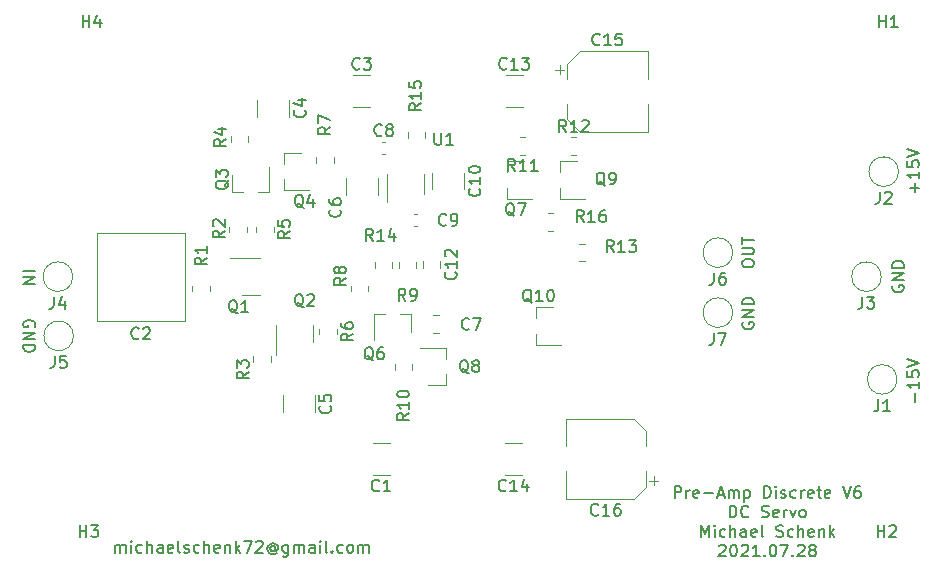
<source format=gbr>
G04 #@! TF.GenerationSoftware,KiCad,Pcbnew,(5.1.10-0-10_14)*
G04 #@! TF.CreationDate,2021-07-28T14:35:39+02:00*
G04 #@! TF.ProjectId,pre-amp-discret,7072652d-616d-4702-9d64-697363726574,rev?*
G04 #@! TF.SameCoordinates,Original*
G04 #@! TF.FileFunction,Legend,Top*
G04 #@! TF.FilePolarity,Positive*
%FSLAX46Y46*%
G04 Gerber Fmt 4.6, Leading zero omitted, Abs format (unit mm)*
G04 Created by KiCad (PCBNEW (5.1.10-0-10_14)) date 2021-07-28 14:35:39*
%MOMM*%
%LPD*%
G01*
G04 APERTURE LIST*
%ADD10C,0.150000*%
%ADD11C,0.120000*%
G04 APERTURE END LIST*
D10*
X196985000Y-122681904D02*
X196937380Y-122777142D01*
X196937380Y-122920000D01*
X196985000Y-123062857D01*
X197080238Y-123158095D01*
X197175476Y-123205714D01*
X197365952Y-123253333D01*
X197508809Y-123253333D01*
X197699285Y-123205714D01*
X197794523Y-123158095D01*
X197889761Y-123062857D01*
X197937380Y-122920000D01*
X197937380Y-122824761D01*
X197889761Y-122681904D01*
X197842142Y-122634285D01*
X197508809Y-122634285D01*
X197508809Y-122824761D01*
X197937380Y-122205714D02*
X196937380Y-122205714D01*
X197937380Y-121634285D01*
X196937380Y-121634285D01*
X197937380Y-121158095D02*
X196937380Y-121158095D01*
X196937380Y-120920000D01*
X196985000Y-120777142D01*
X197080238Y-120681904D01*
X197175476Y-120634285D01*
X197365952Y-120586666D01*
X197508809Y-120586666D01*
X197699285Y-120634285D01*
X197794523Y-120681904D01*
X197889761Y-120777142D01*
X197937380Y-120920000D01*
X197937380Y-121158095D01*
X131170114Y-145283180D02*
X131170114Y-144616514D01*
X131170114Y-144711752D02*
X131217733Y-144664133D01*
X131312971Y-144616514D01*
X131455828Y-144616514D01*
X131551066Y-144664133D01*
X131598685Y-144759371D01*
X131598685Y-145283180D01*
X131598685Y-144759371D02*
X131646304Y-144664133D01*
X131741542Y-144616514D01*
X131884400Y-144616514D01*
X131979638Y-144664133D01*
X132027257Y-144759371D01*
X132027257Y-145283180D01*
X132503447Y-145283180D02*
X132503447Y-144616514D01*
X132503447Y-144283180D02*
X132455828Y-144330800D01*
X132503447Y-144378419D01*
X132551066Y-144330800D01*
X132503447Y-144283180D01*
X132503447Y-144378419D01*
X133408209Y-145235561D02*
X133312971Y-145283180D01*
X133122495Y-145283180D01*
X133027257Y-145235561D01*
X132979638Y-145187942D01*
X132932019Y-145092704D01*
X132932019Y-144806990D01*
X132979638Y-144711752D01*
X133027257Y-144664133D01*
X133122495Y-144616514D01*
X133312971Y-144616514D01*
X133408209Y-144664133D01*
X133836780Y-145283180D02*
X133836780Y-144283180D01*
X134265352Y-145283180D02*
X134265352Y-144759371D01*
X134217733Y-144664133D01*
X134122495Y-144616514D01*
X133979638Y-144616514D01*
X133884400Y-144664133D01*
X133836780Y-144711752D01*
X135170114Y-145283180D02*
X135170114Y-144759371D01*
X135122495Y-144664133D01*
X135027257Y-144616514D01*
X134836780Y-144616514D01*
X134741542Y-144664133D01*
X135170114Y-145235561D02*
X135074876Y-145283180D01*
X134836780Y-145283180D01*
X134741542Y-145235561D01*
X134693923Y-145140323D01*
X134693923Y-145045085D01*
X134741542Y-144949847D01*
X134836780Y-144902228D01*
X135074876Y-144902228D01*
X135170114Y-144854609D01*
X136027257Y-145235561D02*
X135932019Y-145283180D01*
X135741542Y-145283180D01*
X135646304Y-145235561D01*
X135598685Y-145140323D01*
X135598685Y-144759371D01*
X135646304Y-144664133D01*
X135741542Y-144616514D01*
X135932019Y-144616514D01*
X136027257Y-144664133D01*
X136074876Y-144759371D01*
X136074876Y-144854609D01*
X135598685Y-144949847D01*
X136646304Y-145283180D02*
X136551066Y-145235561D01*
X136503447Y-145140323D01*
X136503447Y-144283180D01*
X136979638Y-145235561D02*
X137074876Y-145283180D01*
X137265352Y-145283180D01*
X137360590Y-145235561D01*
X137408209Y-145140323D01*
X137408209Y-145092704D01*
X137360590Y-144997466D01*
X137265352Y-144949847D01*
X137122495Y-144949847D01*
X137027257Y-144902228D01*
X136979638Y-144806990D01*
X136979638Y-144759371D01*
X137027257Y-144664133D01*
X137122495Y-144616514D01*
X137265352Y-144616514D01*
X137360590Y-144664133D01*
X138265352Y-145235561D02*
X138170114Y-145283180D01*
X137979638Y-145283180D01*
X137884400Y-145235561D01*
X137836780Y-145187942D01*
X137789161Y-145092704D01*
X137789161Y-144806990D01*
X137836780Y-144711752D01*
X137884400Y-144664133D01*
X137979638Y-144616514D01*
X138170114Y-144616514D01*
X138265352Y-144664133D01*
X138693923Y-145283180D02*
X138693923Y-144283180D01*
X139122495Y-145283180D02*
X139122495Y-144759371D01*
X139074876Y-144664133D01*
X138979638Y-144616514D01*
X138836780Y-144616514D01*
X138741542Y-144664133D01*
X138693923Y-144711752D01*
X139979638Y-145235561D02*
X139884400Y-145283180D01*
X139693923Y-145283180D01*
X139598685Y-145235561D01*
X139551066Y-145140323D01*
X139551066Y-144759371D01*
X139598685Y-144664133D01*
X139693923Y-144616514D01*
X139884400Y-144616514D01*
X139979638Y-144664133D01*
X140027257Y-144759371D01*
X140027257Y-144854609D01*
X139551066Y-144949847D01*
X140455828Y-144616514D02*
X140455828Y-145283180D01*
X140455828Y-144711752D02*
X140503447Y-144664133D01*
X140598685Y-144616514D01*
X140741542Y-144616514D01*
X140836780Y-144664133D01*
X140884400Y-144759371D01*
X140884400Y-145283180D01*
X141360590Y-145283180D02*
X141360590Y-144283180D01*
X141455828Y-144902228D02*
X141741542Y-145283180D01*
X141741542Y-144616514D02*
X141360590Y-144997466D01*
X142074876Y-144283180D02*
X142741542Y-144283180D01*
X142312971Y-145283180D01*
X143074876Y-144378419D02*
X143122495Y-144330800D01*
X143217733Y-144283180D01*
X143455828Y-144283180D01*
X143551066Y-144330800D01*
X143598685Y-144378419D01*
X143646304Y-144473657D01*
X143646304Y-144568895D01*
X143598685Y-144711752D01*
X143027257Y-145283180D01*
X143646304Y-145283180D01*
X144693923Y-144806990D02*
X144646304Y-144759371D01*
X144551066Y-144711752D01*
X144455828Y-144711752D01*
X144360590Y-144759371D01*
X144312971Y-144806990D01*
X144265352Y-144902228D01*
X144265352Y-144997466D01*
X144312971Y-145092704D01*
X144360590Y-145140323D01*
X144455828Y-145187942D01*
X144551066Y-145187942D01*
X144646304Y-145140323D01*
X144693923Y-145092704D01*
X144693923Y-144711752D02*
X144693923Y-145092704D01*
X144741542Y-145140323D01*
X144789161Y-145140323D01*
X144884400Y-145092704D01*
X144932019Y-144997466D01*
X144932019Y-144759371D01*
X144836780Y-144616514D01*
X144693923Y-144521276D01*
X144503447Y-144473657D01*
X144312971Y-144521276D01*
X144170114Y-144616514D01*
X144074876Y-144759371D01*
X144027257Y-144949847D01*
X144074876Y-145140323D01*
X144170114Y-145283180D01*
X144312971Y-145378419D01*
X144503447Y-145426038D01*
X144693923Y-145378419D01*
X144836780Y-145283180D01*
X145789161Y-144616514D02*
X145789161Y-145426038D01*
X145741542Y-145521276D01*
X145693923Y-145568895D01*
X145598685Y-145616514D01*
X145455828Y-145616514D01*
X145360590Y-145568895D01*
X145789161Y-145235561D02*
X145693923Y-145283180D01*
X145503447Y-145283180D01*
X145408209Y-145235561D01*
X145360590Y-145187942D01*
X145312971Y-145092704D01*
X145312971Y-144806990D01*
X145360590Y-144711752D01*
X145408209Y-144664133D01*
X145503447Y-144616514D01*
X145693923Y-144616514D01*
X145789161Y-144664133D01*
X146265352Y-145283180D02*
X146265352Y-144616514D01*
X146265352Y-144711752D02*
X146312971Y-144664133D01*
X146408209Y-144616514D01*
X146551066Y-144616514D01*
X146646304Y-144664133D01*
X146693923Y-144759371D01*
X146693923Y-145283180D01*
X146693923Y-144759371D02*
X146741542Y-144664133D01*
X146836780Y-144616514D01*
X146979638Y-144616514D01*
X147074876Y-144664133D01*
X147122495Y-144759371D01*
X147122495Y-145283180D01*
X148027257Y-145283180D02*
X148027257Y-144759371D01*
X147979638Y-144664133D01*
X147884400Y-144616514D01*
X147693923Y-144616514D01*
X147598685Y-144664133D01*
X148027257Y-145235561D02*
X147932019Y-145283180D01*
X147693923Y-145283180D01*
X147598685Y-145235561D01*
X147551066Y-145140323D01*
X147551066Y-145045085D01*
X147598685Y-144949847D01*
X147693923Y-144902228D01*
X147932019Y-144902228D01*
X148027257Y-144854609D01*
X148503447Y-145283180D02*
X148503447Y-144616514D01*
X148503447Y-144283180D02*
X148455828Y-144330800D01*
X148503447Y-144378419D01*
X148551066Y-144330800D01*
X148503447Y-144283180D01*
X148503447Y-144378419D01*
X149122495Y-145283180D02*
X149027257Y-145235561D01*
X148979638Y-145140323D01*
X148979638Y-144283180D01*
X149503447Y-145187942D02*
X149551066Y-145235561D01*
X149503447Y-145283180D01*
X149455828Y-145235561D01*
X149503447Y-145187942D01*
X149503447Y-145283180D01*
X150408209Y-145235561D02*
X150312971Y-145283180D01*
X150122495Y-145283180D01*
X150027257Y-145235561D01*
X149979638Y-145187942D01*
X149932019Y-145092704D01*
X149932019Y-144806990D01*
X149979638Y-144711752D01*
X150027257Y-144664133D01*
X150122495Y-144616514D01*
X150312971Y-144616514D01*
X150408209Y-144664133D01*
X150979638Y-145283180D02*
X150884400Y-145235561D01*
X150836780Y-145187942D01*
X150789161Y-145092704D01*
X150789161Y-144806990D01*
X150836780Y-144711752D01*
X150884400Y-144664133D01*
X150979638Y-144616514D01*
X151122495Y-144616514D01*
X151217733Y-144664133D01*
X151265352Y-144711752D01*
X151312971Y-144806990D01*
X151312971Y-145092704D01*
X151265352Y-145187942D01*
X151217733Y-145235561D01*
X151122495Y-145283180D01*
X150979638Y-145283180D01*
X151741542Y-145283180D02*
X151741542Y-144616514D01*
X151741542Y-144711752D02*
X151789161Y-144664133D01*
X151884400Y-144616514D01*
X152027257Y-144616514D01*
X152122495Y-144664133D01*
X152170114Y-144759371D01*
X152170114Y-145283180D01*
X152170114Y-144759371D02*
X152217733Y-144664133D01*
X152312971Y-144616514D01*
X152455828Y-144616514D01*
X152551066Y-144664133D01*
X152598685Y-144759371D01*
X152598685Y-145283180D01*
X178515357Y-140661880D02*
X178515357Y-139661880D01*
X178896309Y-139661880D01*
X178991547Y-139709500D01*
X179039166Y-139757119D01*
X179086785Y-139852357D01*
X179086785Y-139995214D01*
X179039166Y-140090452D01*
X178991547Y-140138071D01*
X178896309Y-140185690D01*
X178515357Y-140185690D01*
X179515357Y-140661880D02*
X179515357Y-139995214D01*
X179515357Y-140185690D02*
X179562976Y-140090452D01*
X179610595Y-140042833D01*
X179705833Y-139995214D01*
X179801071Y-139995214D01*
X180515357Y-140614261D02*
X180420119Y-140661880D01*
X180229642Y-140661880D01*
X180134404Y-140614261D01*
X180086785Y-140519023D01*
X180086785Y-140138071D01*
X180134404Y-140042833D01*
X180229642Y-139995214D01*
X180420119Y-139995214D01*
X180515357Y-140042833D01*
X180562976Y-140138071D01*
X180562976Y-140233309D01*
X180086785Y-140328547D01*
X180991547Y-140280928D02*
X181753452Y-140280928D01*
X182182023Y-140376166D02*
X182658214Y-140376166D01*
X182086785Y-140661880D02*
X182420119Y-139661880D01*
X182753452Y-140661880D01*
X183086785Y-140661880D02*
X183086785Y-139995214D01*
X183086785Y-140090452D02*
X183134404Y-140042833D01*
X183229642Y-139995214D01*
X183372500Y-139995214D01*
X183467738Y-140042833D01*
X183515357Y-140138071D01*
X183515357Y-140661880D01*
X183515357Y-140138071D02*
X183562976Y-140042833D01*
X183658214Y-139995214D01*
X183801071Y-139995214D01*
X183896309Y-140042833D01*
X183943928Y-140138071D01*
X183943928Y-140661880D01*
X184420119Y-139995214D02*
X184420119Y-140995214D01*
X184420119Y-140042833D02*
X184515357Y-139995214D01*
X184705833Y-139995214D01*
X184801071Y-140042833D01*
X184848690Y-140090452D01*
X184896309Y-140185690D01*
X184896309Y-140471404D01*
X184848690Y-140566642D01*
X184801071Y-140614261D01*
X184705833Y-140661880D01*
X184515357Y-140661880D01*
X184420119Y-140614261D01*
X186086785Y-140661880D02*
X186086785Y-139661880D01*
X186324880Y-139661880D01*
X186467738Y-139709500D01*
X186562976Y-139804738D01*
X186610595Y-139899976D01*
X186658214Y-140090452D01*
X186658214Y-140233309D01*
X186610595Y-140423785D01*
X186562976Y-140519023D01*
X186467738Y-140614261D01*
X186324880Y-140661880D01*
X186086785Y-140661880D01*
X187086785Y-140661880D02*
X187086785Y-139995214D01*
X187086785Y-139661880D02*
X187039166Y-139709500D01*
X187086785Y-139757119D01*
X187134404Y-139709500D01*
X187086785Y-139661880D01*
X187086785Y-139757119D01*
X187515357Y-140614261D02*
X187610595Y-140661880D01*
X187801071Y-140661880D01*
X187896309Y-140614261D01*
X187943928Y-140519023D01*
X187943928Y-140471404D01*
X187896309Y-140376166D01*
X187801071Y-140328547D01*
X187658214Y-140328547D01*
X187562976Y-140280928D01*
X187515357Y-140185690D01*
X187515357Y-140138071D01*
X187562976Y-140042833D01*
X187658214Y-139995214D01*
X187801071Y-139995214D01*
X187896309Y-140042833D01*
X188801071Y-140614261D02*
X188705833Y-140661880D01*
X188515357Y-140661880D01*
X188420119Y-140614261D01*
X188372500Y-140566642D01*
X188324880Y-140471404D01*
X188324880Y-140185690D01*
X188372500Y-140090452D01*
X188420119Y-140042833D01*
X188515357Y-139995214D01*
X188705833Y-139995214D01*
X188801071Y-140042833D01*
X189229642Y-140661880D02*
X189229642Y-139995214D01*
X189229642Y-140185690D02*
X189277261Y-140090452D01*
X189324880Y-140042833D01*
X189420119Y-139995214D01*
X189515357Y-139995214D01*
X190229642Y-140614261D02*
X190134404Y-140661880D01*
X189943928Y-140661880D01*
X189848690Y-140614261D01*
X189801071Y-140519023D01*
X189801071Y-140138071D01*
X189848690Y-140042833D01*
X189943928Y-139995214D01*
X190134404Y-139995214D01*
X190229642Y-140042833D01*
X190277261Y-140138071D01*
X190277261Y-140233309D01*
X189801071Y-140328547D01*
X190562976Y-139995214D02*
X190943928Y-139995214D01*
X190705833Y-139661880D02*
X190705833Y-140519023D01*
X190753452Y-140614261D01*
X190848690Y-140661880D01*
X190943928Y-140661880D01*
X191658214Y-140614261D02*
X191562976Y-140661880D01*
X191372500Y-140661880D01*
X191277261Y-140614261D01*
X191229642Y-140519023D01*
X191229642Y-140138071D01*
X191277261Y-140042833D01*
X191372500Y-139995214D01*
X191562976Y-139995214D01*
X191658214Y-140042833D01*
X191705833Y-140138071D01*
X191705833Y-140233309D01*
X191229642Y-140328547D01*
X192753452Y-139661880D02*
X193086785Y-140661880D01*
X193420119Y-139661880D01*
X194182023Y-139661880D02*
X193991547Y-139661880D01*
X193896309Y-139709500D01*
X193848690Y-139757119D01*
X193753452Y-139899976D01*
X193705833Y-140090452D01*
X193705833Y-140471404D01*
X193753452Y-140566642D01*
X193801071Y-140614261D01*
X193896309Y-140661880D01*
X194086785Y-140661880D01*
X194182023Y-140614261D01*
X194229642Y-140566642D01*
X194277261Y-140471404D01*
X194277261Y-140233309D01*
X194229642Y-140138071D01*
X194182023Y-140090452D01*
X194086785Y-140042833D01*
X193896309Y-140042833D01*
X193801071Y-140090452D01*
X193753452Y-140138071D01*
X193705833Y-140233309D01*
X183182023Y-142311880D02*
X183182023Y-141311880D01*
X183420119Y-141311880D01*
X183562976Y-141359500D01*
X183658214Y-141454738D01*
X183705833Y-141549976D01*
X183753452Y-141740452D01*
X183753452Y-141883309D01*
X183705833Y-142073785D01*
X183658214Y-142169023D01*
X183562976Y-142264261D01*
X183420119Y-142311880D01*
X183182023Y-142311880D01*
X184753452Y-142216642D02*
X184705833Y-142264261D01*
X184562976Y-142311880D01*
X184467738Y-142311880D01*
X184324880Y-142264261D01*
X184229642Y-142169023D01*
X184182023Y-142073785D01*
X184134404Y-141883309D01*
X184134404Y-141740452D01*
X184182023Y-141549976D01*
X184229642Y-141454738D01*
X184324880Y-141359500D01*
X184467738Y-141311880D01*
X184562976Y-141311880D01*
X184705833Y-141359500D01*
X184753452Y-141407119D01*
X185896309Y-142264261D02*
X186039166Y-142311880D01*
X186277261Y-142311880D01*
X186372500Y-142264261D01*
X186420119Y-142216642D01*
X186467738Y-142121404D01*
X186467738Y-142026166D01*
X186420119Y-141930928D01*
X186372500Y-141883309D01*
X186277261Y-141835690D01*
X186086785Y-141788071D01*
X185991547Y-141740452D01*
X185943928Y-141692833D01*
X185896309Y-141597595D01*
X185896309Y-141502357D01*
X185943928Y-141407119D01*
X185991547Y-141359500D01*
X186086785Y-141311880D01*
X186324880Y-141311880D01*
X186467738Y-141359500D01*
X187277261Y-142264261D02*
X187182023Y-142311880D01*
X186991547Y-142311880D01*
X186896309Y-142264261D01*
X186848690Y-142169023D01*
X186848690Y-141788071D01*
X186896309Y-141692833D01*
X186991547Y-141645214D01*
X187182023Y-141645214D01*
X187277261Y-141692833D01*
X187324880Y-141788071D01*
X187324880Y-141883309D01*
X186848690Y-141978547D01*
X187753452Y-142311880D02*
X187753452Y-141645214D01*
X187753452Y-141835690D02*
X187801071Y-141740452D01*
X187848690Y-141692833D01*
X187943928Y-141645214D01*
X188039166Y-141645214D01*
X188277261Y-141645214D02*
X188515357Y-142311880D01*
X188753452Y-141645214D01*
X189277261Y-142311880D02*
X189182023Y-142264261D01*
X189134404Y-142216642D01*
X189086785Y-142121404D01*
X189086785Y-141835690D01*
X189134404Y-141740452D01*
X189182023Y-141692833D01*
X189277261Y-141645214D01*
X189420119Y-141645214D01*
X189515357Y-141692833D01*
X189562976Y-141740452D01*
X189610595Y-141835690D01*
X189610595Y-142121404D01*
X189562976Y-142216642D01*
X189515357Y-142264261D01*
X189420119Y-142311880D01*
X189277261Y-142311880D01*
X180753452Y-143961880D02*
X180753452Y-142961880D01*
X181086785Y-143676166D01*
X181420119Y-142961880D01*
X181420119Y-143961880D01*
X181896309Y-143961880D02*
X181896309Y-143295214D01*
X181896309Y-142961880D02*
X181848690Y-143009500D01*
X181896309Y-143057119D01*
X181943928Y-143009500D01*
X181896309Y-142961880D01*
X181896309Y-143057119D01*
X182801071Y-143914261D02*
X182705833Y-143961880D01*
X182515357Y-143961880D01*
X182420119Y-143914261D01*
X182372500Y-143866642D01*
X182324880Y-143771404D01*
X182324880Y-143485690D01*
X182372500Y-143390452D01*
X182420119Y-143342833D01*
X182515357Y-143295214D01*
X182705833Y-143295214D01*
X182801071Y-143342833D01*
X183229642Y-143961880D02*
X183229642Y-142961880D01*
X183658214Y-143961880D02*
X183658214Y-143438071D01*
X183610595Y-143342833D01*
X183515357Y-143295214D01*
X183372500Y-143295214D01*
X183277261Y-143342833D01*
X183229642Y-143390452D01*
X184562976Y-143961880D02*
X184562976Y-143438071D01*
X184515357Y-143342833D01*
X184420119Y-143295214D01*
X184229642Y-143295214D01*
X184134404Y-143342833D01*
X184562976Y-143914261D02*
X184467738Y-143961880D01*
X184229642Y-143961880D01*
X184134404Y-143914261D01*
X184086785Y-143819023D01*
X184086785Y-143723785D01*
X184134404Y-143628547D01*
X184229642Y-143580928D01*
X184467738Y-143580928D01*
X184562976Y-143533309D01*
X185420119Y-143914261D02*
X185324880Y-143961880D01*
X185134404Y-143961880D01*
X185039166Y-143914261D01*
X184991547Y-143819023D01*
X184991547Y-143438071D01*
X185039166Y-143342833D01*
X185134404Y-143295214D01*
X185324880Y-143295214D01*
X185420119Y-143342833D01*
X185467738Y-143438071D01*
X185467738Y-143533309D01*
X184991547Y-143628547D01*
X186039166Y-143961880D02*
X185943928Y-143914261D01*
X185896309Y-143819023D01*
X185896309Y-142961880D01*
X187134404Y-143914261D02*
X187277261Y-143961880D01*
X187515357Y-143961880D01*
X187610595Y-143914261D01*
X187658214Y-143866642D01*
X187705833Y-143771404D01*
X187705833Y-143676166D01*
X187658214Y-143580928D01*
X187610595Y-143533309D01*
X187515357Y-143485690D01*
X187324880Y-143438071D01*
X187229642Y-143390452D01*
X187182023Y-143342833D01*
X187134404Y-143247595D01*
X187134404Y-143152357D01*
X187182023Y-143057119D01*
X187229642Y-143009500D01*
X187324880Y-142961880D01*
X187562976Y-142961880D01*
X187705833Y-143009500D01*
X188562976Y-143914261D02*
X188467738Y-143961880D01*
X188277261Y-143961880D01*
X188182023Y-143914261D01*
X188134404Y-143866642D01*
X188086785Y-143771404D01*
X188086785Y-143485690D01*
X188134404Y-143390452D01*
X188182023Y-143342833D01*
X188277261Y-143295214D01*
X188467738Y-143295214D01*
X188562976Y-143342833D01*
X188991547Y-143961880D02*
X188991547Y-142961880D01*
X189420119Y-143961880D02*
X189420119Y-143438071D01*
X189372500Y-143342833D01*
X189277261Y-143295214D01*
X189134404Y-143295214D01*
X189039166Y-143342833D01*
X188991547Y-143390452D01*
X190277261Y-143914261D02*
X190182023Y-143961880D01*
X189991547Y-143961880D01*
X189896309Y-143914261D01*
X189848690Y-143819023D01*
X189848690Y-143438071D01*
X189896309Y-143342833D01*
X189991547Y-143295214D01*
X190182023Y-143295214D01*
X190277261Y-143342833D01*
X190324880Y-143438071D01*
X190324880Y-143533309D01*
X189848690Y-143628547D01*
X190753452Y-143295214D02*
X190753452Y-143961880D01*
X190753452Y-143390452D02*
X190801071Y-143342833D01*
X190896309Y-143295214D01*
X191039166Y-143295214D01*
X191134404Y-143342833D01*
X191182023Y-143438071D01*
X191182023Y-143961880D01*
X191658214Y-143961880D02*
X191658214Y-142961880D01*
X191753452Y-143580928D02*
X192039166Y-143961880D01*
X192039166Y-143295214D02*
X191658214Y-143676166D01*
X182277261Y-144707119D02*
X182324880Y-144659500D01*
X182420119Y-144611880D01*
X182658214Y-144611880D01*
X182753452Y-144659500D01*
X182801071Y-144707119D01*
X182848690Y-144802357D01*
X182848690Y-144897595D01*
X182801071Y-145040452D01*
X182229642Y-145611880D01*
X182848690Y-145611880D01*
X183467738Y-144611880D02*
X183562976Y-144611880D01*
X183658214Y-144659500D01*
X183705833Y-144707119D01*
X183753452Y-144802357D01*
X183801071Y-144992833D01*
X183801071Y-145230928D01*
X183753452Y-145421404D01*
X183705833Y-145516642D01*
X183658214Y-145564261D01*
X183562976Y-145611880D01*
X183467738Y-145611880D01*
X183372500Y-145564261D01*
X183324880Y-145516642D01*
X183277261Y-145421404D01*
X183229642Y-145230928D01*
X183229642Y-144992833D01*
X183277261Y-144802357D01*
X183324880Y-144707119D01*
X183372500Y-144659500D01*
X183467738Y-144611880D01*
X184182023Y-144707119D02*
X184229642Y-144659500D01*
X184324880Y-144611880D01*
X184562976Y-144611880D01*
X184658214Y-144659500D01*
X184705833Y-144707119D01*
X184753452Y-144802357D01*
X184753452Y-144897595D01*
X184705833Y-145040452D01*
X184134404Y-145611880D01*
X184753452Y-145611880D01*
X185705833Y-145611880D02*
X185134404Y-145611880D01*
X185420119Y-145611880D02*
X185420119Y-144611880D01*
X185324880Y-144754738D01*
X185229642Y-144849976D01*
X185134404Y-144897595D01*
X186134404Y-145516642D02*
X186182023Y-145564261D01*
X186134404Y-145611880D01*
X186086785Y-145564261D01*
X186134404Y-145516642D01*
X186134404Y-145611880D01*
X186801071Y-144611880D02*
X186896309Y-144611880D01*
X186991547Y-144659500D01*
X187039166Y-144707119D01*
X187086785Y-144802357D01*
X187134404Y-144992833D01*
X187134404Y-145230928D01*
X187086785Y-145421404D01*
X187039166Y-145516642D01*
X186991547Y-145564261D01*
X186896309Y-145611880D01*
X186801071Y-145611880D01*
X186705833Y-145564261D01*
X186658214Y-145516642D01*
X186610595Y-145421404D01*
X186562976Y-145230928D01*
X186562976Y-144992833D01*
X186610595Y-144802357D01*
X186658214Y-144707119D01*
X186705833Y-144659500D01*
X186801071Y-144611880D01*
X187467738Y-144611880D02*
X188134404Y-144611880D01*
X187705833Y-145611880D01*
X188515357Y-145516642D02*
X188562976Y-145564261D01*
X188515357Y-145611880D01*
X188467738Y-145564261D01*
X188515357Y-145516642D01*
X188515357Y-145611880D01*
X188943928Y-144707119D02*
X188991547Y-144659500D01*
X189086785Y-144611880D01*
X189324880Y-144611880D01*
X189420119Y-144659500D01*
X189467738Y-144707119D01*
X189515357Y-144802357D01*
X189515357Y-144897595D01*
X189467738Y-145040452D01*
X188896309Y-145611880D01*
X189515357Y-145611880D01*
X190086785Y-145040452D02*
X189991547Y-144992833D01*
X189943928Y-144945214D01*
X189896309Y-144849976D01*
X189896309Y-144802357D01*
X189943928Y-144707119D01*
X189991547Y-144659500D01*
X190086785Y-144611880D01*
X190277261Y-144611880D01*
X190372500Y-144659500D01*
X190420119Y-144707119D01*
X190467738Y-144802357D01*
X190467738Y-144849976D01*
X190420119Y-144945214D01*
X190372500Y-144992833D01*
X190277261Y-145040452D01*
X190086785Y-145040452D01*
X189991547Y-145088071D01*
X189943928Y-145135690D01*
X189896309Y-145230928D01*
X189896309Y-145421404D01*
X189943928Y-145516642D01*
X189991547Y-145564261D01*
X190086785Y-145611880D01*
X190277261Y-145611880D01*
X190372500Y-145564261D01*
X190420119Y-145516642D01*
X190467738Y-145421404D01*
X190467738Y-145230928D01*
X190420119Y-145135690D01*
X190372500Y-145088071D01*
X190277261Y-145040452D01*
X184285000Y-125793404D02*
X184237380Y-125888642D01*
X184237380Y-126031500D01*
X184285000Y-126174357D01*
X184380238Y-126269595D01*
X184475476Y-126317214D01*
X184665952Y-126364833D01*
X184808809Y-126364833D01*
X184999285Y-126317214D01*
X185094523Y-126269595D01*
X185189761Y-126174357D01*
X185237380Y-126031500D01*
X185237380Y-125936261D01*
X185189761Y-125793404D01*
X185142142Y-125745785D01*
X184808809Y-125745785D01*
X184808809Y-125936261D01*
X185237380Y-125317214D02*
X184237380Y-125317214D01*
X185237380Y-124745785D01*
X184237380Y-124745785D01*
X185237380Y-124269595D02*
X184237380Y-124269595D01*
X184237380Y-124031500D01*
X184285000Y-123888642D01*
X184380238Y-123793404D01*
X184475476Y-123745785D01*
X184665952Y-123698166D01*
X184808809Y-123698166D01*
X184999285Y-123745785D01*
X185094523Y-123793404D01*
X185189761Y-123888642D01*
X185237380Y-124031500D01*
X185237380Y-124269595D01*
X184237380Y-120888000D02*
X184237380Y-120697523D01*
X184285000Y-120602285D01*
X184380238Y-120507047D01*
X184570714Y-120459428D01*
X184904047Y-120459428D01*
X185094523Y-120507047D01*
X185189761Y-120602285D01*
X185237380Y-120697523D01*
X185237380Y-120888000D01*
X185189761Y-120983238D01*
X185094523Y-121078476D01*
X184904047Y-121126095D01*
X184570714Y-121126095D01*
X184380238Y-121078476D01*
X184285000Y-120983238D01*
X184237380Y-120888000D01*
X184237380Y-120030857D02*
X185046904Y-120030857D01*
X185142142Y-119983238D01*
X185189761Y-119935619D01*
X185237380Y-119840380D01*
X185237380Y-119649904D01*
X185189761Y-119554666D01*
X185142142Y-119507047D01*
X185046904Y-119459428D01*
X184237380Y-119459428D01*
X184237380Y-119126095D02*
X184237380Y-118554666D01*
X185237380Y-118840380D02*
X184237380Y-118840380D01*
X124325000Y-126174595D02*
X124372619Y-126079357D01*
X124372619Y-125936500D01*
X124325000Y-125793642D01*
X124229761Y-125698404D01*
X124134523Y-125650785D01*
X123944047Y-125603166D01*
X123801190Y-125603166D01*
X123610714Y-125650785D01*
X123515476Y-125698404D01*
X123420238Y-125793642D01*
X123372619Y-125936500D01*
X123372619Y-126031738D01*
X123420238Y-126174595D01*
X123467857Y-126222214D01*
X123801190Y-126222214D01*
X123801190Y-126031738D01*
X123372619Y-126650785D02*
X124372619Y-126650785D01*
X123372619Y-127222214D01*
X124372619Y-127222214D01*
X123372619Y-127698404D02*
X124372619Y-127698404D01*
X124372619Y-127936500D01*
X124325000Y-128079357D01*
X124229761Y-128174595D01*
X124134523Y-128222214D01*
X123944047Y-128269833D01*
X123801190Y-128269833D01*
X123610714Y-128222214D01*
X123515476Y-128174595D01*
X123420238Y-128079357D01*
X123372619Y-127936500D01*
X123372619Y-127698404D01*
X123372619Y-121459690D02*
X124372619Y-121459690D01*
X123372619Y-121935880D02*
X124372619Y-121935880D01*
X123372619Y-122507309D01*
X124372619Y-122507309D01*
X198826428Y-132571904D02*
X198826428Y-131810000D01*
X199207380Y-130810000D02*
X199207380Y-131381428D01*
X199207380Y-131095714D02*
X198207380Y-131095714D01*
X198350238Y-131190952D01*
X198445476Y-131286190D01*
X198493095Y-131381428D01*
X198207380Y-129905238D02*
X198207380Y-130381428D01*
X198683571Y-130429047D01*
X198635952Y-130381428D01*
X198588333Y-130286190D01*
X198588333Y-130048095D01*
X198635952Y-129952857D01*
X198683571Y-129905238D01*
X198778809Y-129857619D01*
X199016904Y-129857619D01*
X199112142Y-129905238D01*
X199159761Y-129952857D01*
X199207380Y-130048095D01*
X199207380Y-130286190D01*
X199159761Y-130381428D01*
X199112142Y-130429047D01*
X198207380Y-129571904D02*
X199207380Y-129238571D01*
X198207380Y-128905238D01*
X198826428Y-114791904D02*
X198826428Y-114030000D01*
X199207380Y-114410952D02*
X198445476Y-114410952D01*
X199207380Y-113030000D02*
X199207380Y-113601428D01*
X199207380Y-113315714D02*
X198207380Y-113315714D01*
X198350238Y-113410952D01*
X198445476Y-113506190D01*
X198493095Y-113601428D01*
X198207380Y-112125238D02*
X198207380Y-112601428D01*
X198683571Y-112649047D01*
X198635952Y-112601428D01*
X198588333Y-112506190D01*
X198588333Y-112268095D01*
X198635952Y-112172857D01*
X198683571Y-112125238D01*
X198778809Y-112077619D01*
X199016904Y-112077619D01*
X199112142Y-112125238D01*
X199159761Y-112172857D01*
X199207380Y-112268095D01*
X199207380Y-112506190D01*
X199159761Y-112601428D01*
X199112142Y-112649047D01*
X198207380Y-111791904D02*
X199207380Y-111458571D01*
X198207380Y-111125238D01*
D11*
X151307748Y-107595500D02*
X152730252Y-107595500D01*
X151307748Y-104875500D02*
X152730252Y-104875500D01*
X154381252Y-135990500D02*
X152958748Y-135990500D01*
X154381252Y-138710500D02*
X152958748Y-138710500D01*
X169279500Y-133940500D02*
X169279500Y-136290500D01*
X169279500Y-140760500D02*
X169279500Y-138410500D01*
X175035063Y-140760500D02*
X169279500Y-140760500D01*
X175035063Y-133940500D02*
X169279500Y-133940500D01*
X176099500Y-135004937D02*
X176099500Y-136290500D01*
X176099500Y-139696063D02*
X176099500Y-138410500D01*
X176099500Y-139696063D02*
X175035063Y-140760500D01*
X176099500Y-135004937D02*
X175035063Y-133940500D01*
X177127000Y-139198000D02*
X176339500Y-139198000D01*
X176733250Y-139591750D02*
X176733250Y-138804250D01*
X176226500Y-109645500D02*
X176226500Y-107295500D01*
X176226500Y-102825500D02*
X176226500Y-105175500D01*
X170470937Y-102825500D02*
X176226500Y-102825500D01*
X170470937Y-109645500D02*
X176226500Y-109645500D01*
X169406500Y-108581063D02*
X169406500Y-107295500D01*
X169406500Y-103889937D02*
X169406500Y-105175500D01*
X169406500Y-103889937D02*
X170470937Y-102825500D01*
X169406500Y-108581063D02*
X170470937Y-109645500D01*
X168379000Y-104388000D02*
X169166500Y-104388000D01*
X168772750Y-103994250D02*
X168772750Y-104781750D01*
X165582252Y-138710500D02*
X164159748Y-138710500D01*
X165582252Y-135990500D02*
X164159748Y-135990500D01*
X164223248Y-104875500D02*
X165645752Y-104875500D01*
X164223248Y-107595500D02*
X165645752Y-107595500D01*
X160681500Y-113105748D02*
X160681500Y-114528252D01*
X157961500Y-113105748D02*
X157961500Y-114528252D01*
X150722500Y-115032752D02*
X150722500Y-113610248D01*
X153442500Y-115032752D02*
X153442500Y-113610248D01*
X148045000Y-131978748D02*
X148045000Y-133401252D01*
X145325000Y-131978748D02*
X145325000Y-133401252D01*
X145886000Y-106946248D02*
X145886000Y-108368752D01*
X143166000Y-106946248D02*
X143166000Y-108368752D01*
X157264500Y-114949500D02*
X157264500Y-113189500D01*
X154194500Y-113189500D02*
X154194500Y-115619500D01*
X168248064Y-118019500D02*
X167793936Y-118019500D01*
X168248064Y-116549500D02*
X167793936Y-116549500D01*
X155919500Y-110161564D02*
X155919500Y-109707436D01*
X157389500Y-110161564D02*
X157389500Y-109707436D01*
X154595500Y-120692936D02*
X154595500Y-121147064D01*
X153125500Y-120692936D02*
X153125500Y-121147064D01*
X148172500Y-112257064D02*
X148172500Y-111802936D01*
X149642500Y-112257064D02*
X149642500Y-111802936D01*
X142403500Y-110024936D02*
X142403500Y-110479064D01*
X140933500Y-110024936D02*
X140933500Y-110479064D01*
X145401000Y-111450000D02*
X145401000Y-112380000D01*
X145401000Y-114610000D02*
X145401000Y-113680000D01*
X145401000Y-114610000D02*
X147561000Y-114610000D01*
X145401000Y-111450000D02*
X146861000Y-111450000D01*
X141041000Y-114758500D02*
X141971000Y-114758500D01*
X144201000Y-114758500D02*
X143271000Y-114758500D01*
X144201000Y-114758500D02*
X144201000Y-112598500D01*
X141041000Y-114758500D02*
X141041000Y-113298500D01*
X147927500Y-126740500D02*
X147927500Y-125990500D01*
X147927500Y-126740500D02*
X147927500Y-127490500D01*
X144807500Y-126740500D02*
X144807500Y-125990500D01*
X144807500Y-126740500D02*
X144807500Y-128590500D01*
X142679000Y-123480000D02*
X143429000Y-123480000D01*
X142679000Y-123480000D02*
X141929000Y-123480000D01*
X142679000Y-120360000D02*
X143429000Y-120360000D01*
X142679000Y-120360000D02*
X140829000Y-120360000D01*
X196005500Y-121920000D02*
G75*
G03*
X196005500Y-121920000I-1251000J0D01*
G01*
X197466000Y-113030000D02*
G75*
G03*
X197466000Y-113030000I-1251000J0D01*
G01*
X197339000Y-130619500D02*
G75*
G03*
X197339000Y-130619500I-1251000J0D01*
G01*
X156710767Y-117604000D02*
X156418233Y-117604000D01*
X156710767Y-116584000D02*
X156418233Y-116584000D01*
X153740733Y-110488000D02*
X154033267Y-110488000D01*
X153740733Y-111508000D02*
X154033267Y-111508000D01*
X183432500Y-124968000D02*
G75*
G03*
X183432500Y-124968000I-1251000J0D01*
G01*
X183432500Y-119888000D02*
G75*
G03*
X183432500Y-119888000I-1251000J0D01*
G01*
X127616000Y-126936500D02*
G75*
G03*
X127616000Y-126936500I-1251000J0D01*
G01*
X127552500Y-121920000D02*
G75*
G03*
X127552500Y-121920000I-1251000J0D01*
G01*
X166769000Y-124528500D02*
X166769000Y-125458500D01*
X166769000Y-127688500D02*
X166769000Y-126758500D01*
X166769000Y-127688500D02*
X168929000Y-127688500D01*
X166769000Y-124528500D02*
X168229000Y-124528500D01*
X158588252Y-126655500D02*
X158065748Y-126655500D01*
X158588252Y-125185500D02*
X158065748Y-125185500D01*
X157189500Y-120633948D02*
X157189500Y-121156452D01*
X158659500Y-120633948D02*
X158659500Y-121156452D01*
X168769000Y-112148500D02*
X170229000Y-112148500D01*
X168769000Y-115308500D02*
X170929000Y-115308500D01*
X168769000Y-115308500D02*
X168769000Y-114378500D01*
X168769000Y-112148500D02*
X168769000Y-113078500D01*
X139165000Y-122692936D02*
X139165000Y-123147064D01*
X137695000Y-122692936D02*
X137695000Y-123147064D01*
X170899064Y-120623000D02*
X170444936Y-120623000D01*
X170899064Y-119153000D02*
X170444936Y-119153000D01*
X169746436Y-110136000D02*
X170200564Y-110136000D01*
X169746436Y-111606000D02*
X170200564Y-111606000D01*
X165882564Y-111606000D02*
X165428436Y-111606000D01*
X165882564Y-110136000D02*
X165428436Y-110136000D01*
X156271900Y-129335036D02*
X156271900Y-129789164D01*
X154801900Y-129335036D02*
X154801900Y-129789164D01*
X156627500Y-120692936D02*
X156627500Y-121147064D01*
X155157500Y-120692936D02*
X155157500Y-121147064D01*
X152563500Y-122692936D02*
X152563500Y-123147064D01*
X151093500Y-122692936D02*
X151093500Y-123147064D01*
X149896500Y-126344436D02*
X149896500Y-126798564D01*
X148426500Y-126344436D02*
X148426500Y-126798564D01*
X144562500Y-117676436D02*
X144562500Y-118130564D01*
X143092500Y-117676436D02*
X143092500Y-118130564D01*
X144308500Y-128661936D02*
X144308500Y-129116064D01*
X142838500Y-128661936D02*
X142838500Y-129116064D01*
X142276500Y-117708436D02*
X142276500Y-118162564D01*
X140806500Y-117708436D02*
X140806500Y-118162564D01*
X159125700Y-131092100D02*
X159125700Y-130162100D01*
X159125700Y-127932100D02*
X159125700Y-128862100D01*
X159125700Y-127932100D02*
X156965700Y-127932100D01*
X159125700Y-131092100D02*
X157665700Y-131092100D01*
X164292500Y-112151000D02*
X164292500Y-113081000D01*
X164292500Y-115311000D02*
X164292500Y-114381000D01*
X164292500Y-115311000D02*
X166452500Y-115311000D01*
X164292500Y-112151000D02*
X165752500Y-112151000D01*
X156187300Y-125125700D02*
X155257300Y-125125700D01*
X153027300Y-125125700D02*
X153957300Y-125125700D01*
X153027300Y-125125700D02*
X153027300Y-127285700D01*
X156187300Y-125125700D02*
X156187300Y-126585700D01*
X137030000Y-125640000D02*
X129590000Y-125640000D01*
X137030000Y-118200000D02*
X129590000Y-118200000D01*
X137030000Y-125640000D02*
X137030000Y-118200000D01*
X129590000Y-125640000D02*
X129590000Y-118200000D01*
D10*
X151852333Y-104292642D02*
X151804714Y-104340261D01*
X151661857Y-104387880D01*
X151566619Y-104387880D01*
X151423761Y-104340261D01*
X151328523Y-104245023D01*
X151280904Y-104149785D01*
X151233285Y-103959309D01*
X151233285Y-103816452D01*
X151280904Y-103625976D01*
X151328523Y-103530738D01*
X151423761Y-103435500D01*
X151566619Y-103387880D01*
X151661857Y-103387880D01*
X151804714Y-103435500D01*
X151852333Y-103483119D01*
X152185666Y-103387880D02*
X152804714Y-103387880D01*
X152471380Y-103768833D01*
X152614238Y-103768833D01*
X152709476Y-103816452D01*
X152757095Y-103864071D01*
X152804714Y-103959309D01*
X152804714Y-104197404D01*
X152757095Y-104292642D01*
X152709476Y-104340261D01*
X152614238Y-104387880D01*
X152328523Y-104387880D01*
X152233285Y-104340261D01*
X152185666Y-104292642D01*
X153503333Y-140007642D02*
X153455714Y-140055261D01*
X153312857Y-140102880D01*
X153217619Y-140102880D01*
X153074761Y-140055261D01*
X152979523Y-139960023D01*
X152931904Y-139864785D01*
X152884285Y-139674309D01*
X152884285Y-139531452D01*
X152931904Y-139340976D01*
X152979523Y-139245738D01*
X153074761Y-139150500D01*
X153217619Y-139102880D01*
X153312857Y-139102880D01*
X153455714Y-139150500D01*
X153503333Y-139198119D01*
X154455714Y-140102880D02*
X153884285Y-140102880D01*
X154170000Y-140102880D02*
X154170000Y-139102880D01*
X154074761Y-139245738D01*
X153979523Y-139340976D01*
X153884285Y-139388595D01*
X172046642Y-142057642D02*
X171999023Y-142105261D01*
X171856166Y-142152880D01*
X171760928Y-142152880D01*
X171618071Y-142105261D01*
X171522833Y-142010023D01*
X171475214Y-141914785D01*
X171427595Y-141724309D01*
X171427595Y-141581452D01*
X171475214Y-141390976D01*
X171522833Y-141295738D01*
X171618071Y-141200500D01*
X171760928Y-141152880D01*
X171856166Y-141152880D01*
X171999023Y-141200500D01*
X172046642Y-141248119D01*
X172999023Y-142152880D02*
X172427595Y-142152880D01*
X172713309Y-142152880D02*
X172713309Y-141152880D01*
X172618071Y-141295738D01*
X172522833Y-141390976D01*
X172427595Y-141438595D01*
X173856166Y-141152880D02*
X173665690Y-141152880D01*
X173570452Y-141200500D01*
X173522833Y-141248119D01*
X173427595Y-141390976D01*
X173379976Y-141581452D01*
X173379976Y-141962404D01*
X173427595Y-142057642D01*
X173475214Y-142105261D01*
X173570452Y-142152880D01*
X173760928Y-142152880D01*
X173856166Y-142105261D01*
X173903785Y-142057642D01*
X173951404Y-141962404D01*
X173951404Y-141724309D01*
X173903785Y-141629071D01*
X173856166Y-141581452D01*
X173760928Y-141533833D01*
X173570452Y-141533833D01*
X173475214Y-141581452D01*
X173427595Y-141629071D01*
X173379976Y-141724309D01*
X172173642Y-102242642D02*
X172126023Y-102290261D01*
X171983166Y-102337880D01*
X171887928Y-102337880D01*
X171745071Y-102290261D01*
X171649833Y-102195023D01*
X171602214Y-102099785D01*
X171554595Y-101909309D01*
X171554595Y-101766452D01*
X171602214Y-101575976D01*
X171649833Y-101480738D01*
X171745071Y-101385500D01*
X171887928Y-101337880D01*
X171983166Y-101337880D01*
X172126023Y-101385500D01*
X172173642Y-101433119D01*
X173126023Y-102337880D02*
X172554595Y-102337880D01*
X172840309Y-102337880D02*
X172840309Y-101337880D01*
X172745071Y-101480738D01*
X172649833Y-101575976D01*
X172554595Y-101623595D01*
X174030785Y-101337880D02*
X173554595Y-101337880D01*
X173506976Y-101814071D01*
X173554595Y-101766452D01*
X173649833Y-101718833D01*
X173887928Y-101718833D01*
X173983166Y-101766452D01*
X174030785Y-101814071D01*
X174078404Y-101909309D01*
X174078404Y-102147404D01*
X174030785Y-102242642D01*
X173983166Y-102290261D01*
X173887928Y-102337880D01*
X173649833Y-102337880D01*
X173554595Y-102290261D01*
X173506976Y-102242642D01*
X164228142Y-140007642D02*
X164180523Y-140055261D01*
X164037666Y-140102880D01*
X163942428Y-140102880D01*
X163799571Y-140055261D01*
X163704333Y-139960023D01*
X163656714Y-139864785D01*
X163609095Y-139674309D01*
X163609095Y-139531452D01*
X163656714Y-139340976D01*
X163704333Y-139245738D01*
X163799571Y-139150500D01*
X163942428Y-139102880D01*
X164037666Y-139102880D01*
X164180523Y-139150500D01*
X164228142Y-139198119D01*
X165180523Y-140102880D02*
X164609095Y-140102880D01*
X164894809Y-140102880D02*
X164894809Y-139102880D01*
X164799571Y-139245738D01*
X164704333Y-139340976D01*
X164609095Y-139388595D01*
X166037666Y-139436214D02*
X166037666Y-140102880D01*
X165799571Y-139055261D02*
X165561476Y-139769547D01*
X166180523Y-139769547D01*
X164291642Y-104292642D02*
X164244023Y-104340261D01*
X164101166Y-104387880D01*
X164005928Y-104387880D01*
X163863071Y-104340261D01*
X163767833Y-104245023D01*
X163720214Y-104149785D01*
X163672595Y-103959309D01*
X163672595Y-103816452D01*
X163720214Y-103625976D01*
X163767833Y-103530738D01*
X163863071Y-103435500D01*
X164005928Y-103387880D01*
X164101166Y-103387880D01*
X164244023Y-103435500D01*
X164291642Y-103483119D01*
X165244023Y-104387880D02*
X164672595Y-104387880D01*
X164958309Y-104387880D02*
X164958309Y-103387880D01*
X164863071Y-103530738D01*
X164767833Y-103625976D01*
X164672595Y-103673595D01*
X165577357Y-103387880D02*
X166196404Y-103387880D01*
X165863071Y-103768833D01*
X166005928Y-103768833D01*
X166101166Y-103816452D01*
X166148785Y-103864071D01*
X166196404Y-103959309D01*
X166196404Y-104197404D01*
X166148785Y-104292642D01*
X166101166Y-104340261D01*
X166005928Y-104387880D01*
X165720214Y-104387880D01*
X165624976Y-104340261D01*
X165577357Y-104292642D01*
X161978642Y-114459857D02*
X162026261Y-114507476D01*
X162073880Y-114650333D01*
X162073880Y-114745571D01*
X162026261Y-114888428D01*
X161931023Y-114983666D01*
X161835785Y-115031285D01*
X161645309Y-115078904D01*
X161502452Y-115078904D01*
X161311976Y-115031285D01*
X161216738Y-114983666D01*
X161121500Y-114888428D01*
X161073880Y-114745571D01*
X161073880Y-114650333D01*
X161121500Y-114507476D01*
X161169119Y-114459857D01*
X162073880Y-113507476D02*
X162073880Y-114078904D01*
X162073880Y-113793190D02*
X161073880Y-113793190D01*
X161216738Y-113888428D01*
X161311976Y-113983666D01*
X161359595Y-114078904D01*
X161073880Y-112888428D02*
X161073880Y-112793190D01*
X161121500Y-112697952D01*
X161169119Y-112650333D01*
X161264357Y-112602714D01*
X161454833Y-112555095D01*
X161692928Y-112555095D01*
X161883404Y-112602714D01*
X161978642Y-112650333D01*
X162026261Y-112697952D01*
X162073880Y-112793190D01*
X162073880Y-112888428D01*
X162026261Y-112983666D01*
X161978642Y-113031285D01*
X161883404Y-113078904D01*
X161692928Y-113126523D01*
X161454833Y-113126523D01*
X161264357Y-113078904D01*
X161169119Y-113031285D01*
X161121500Y-112983666D01*
X161073880Y-112888428D01*
X150153642Y-116244666D02*
X150201261Y-116292285D01*
X150248880Y-116435142D01*
X150248880Y-116530380D01*
X150201261Y-116673238D01*
X150106023Y-116768476D01*
X150010785Y-116816095D01*
X149820309Y-116863714D01*
X149677452Y-116863714D01*
X149486976Y-116816095D01*
X149391738Y-116768476D01*
X149296500Y-116673238D01*
X149248880Y-116530380D01*
X149248880Y-116435142D01*
X149296500Y-116292285D01*
X149344119Y-116244666D01*
X149248880Y-115387523D02*
X149248880Y-115578000D01*
X149296500Y-115673238D01*
X149344119Y-115720857D01*
X149486976Y-115816095D01*
X149677452Y-115863714D01*
X150058404Y-115863714D01*
X150153642Y-115816095D01*
X150201261Y-115768476D01*
X150248880Y-115673238D01*
X150248880Y-115482761D01*
X150201261Y-115387523D01*
X150153642Y-115339904D01*
X150058404Y-115292285D01*
X149820309Y-115292285D01*
X149725071Y-115339904D01*
X149677452Y-115387523D01*
X149629833Y-115482761D01*
X149629833Y-115673238D01*
X149677452Y-115768476D01*
X149725071Y-115816095D01*
X149820309Y-115863714D01*
X149342142Y-132856666D02*
X149389761Y-132904285D01*
X149437380Y-133047142D01*
X149437380Y-133142380D01*
X149389761Y-133285238D01*
X149294523Y-133380476D01*
X149199285Y-133428095D01*
X149008809Y-133475714D01*
X148865952Y-133475714D01*
X148675476Y-133428095D01*
X148580238Y-133380476D01*
X148485000Y-133285238D01*
X148437380Y-133142380D01*
X148437380Y-133047142D01*
X148485000Y-132904285D01*
X148532619Y-132856666D01*
X148437380Y-131951904D02*
X148437380Y-132428095D01*
X148913571Y-132475714D01*
X148865952Y-132428095D01*
X148818333Y-132332857D01*
X148818333Y-132094761D01*
X148865952Y-131999523D01*
X148913571Y-131951904D01*
X149008809Y-131904285D01*
X149246904Y-131904285D01*
X149342142Y-131951904D01*
X149389761Y-131999523D01*
X149437380Y-132094761D01*
X149437380Y-132332857D01*
X149389761Y-132428095D01*
X149342142Y-132475714D01*
X147183142Y-107824166D02*
X147230761Y-107871785D01*
X147278380Y-108014642D01*
X147278380Y-108109880D01*
X147230761Y-108252738D01*
X147135523Y-108347976D01*
X147040285Y-108395595D01*
X146849809Y-108443214D01*
X146706952Y-108443214D01*
X146516476Y-108395595D01*
X146421238Y-108347976D01*
X146326000Y-108252738D01*
X146278380Y-108109880D01*
X146278380Y-108014642D01*
X146326000Y-107871785D01*
X146373619Y-107824166D01*
X146611714Y-106967023D02*
X147278380Y-106967023D01*
X146230761Y-107205119D02*
X146945047Y-107443214D01*
X146945047Y-106824166D01*
X158178595Y-109751880D02*
X158178595Y-110561404D01*
X158226214Y-110656642D01*
X158273833Y-110704261D01*
X158369071Y-110751880D01*
X158559547Y-110751880D01*
X158654785Y-110704261D01*
X158702404Y-110656642D01*
X158750023Y-110561404D01*
X158750023Y-109751880D01*
X159750023Y-110751880D02*
X159178595Y-110751880D01*
X159464309Y-110751880D02*
X159464309Y-109751880D01*
X159369071Y-109894738D01*
X159273833Y-109989976D01*
X159178595Y-110037595D01*
X170807142Y-117292380D02*
X170473809Y-116816190D01*
X170235714Y-117292380D02*
X170235714Y-116292380D01*
X170616666Y-116292380D01*
X170711904Y-116340000D01*
X170759523Y-116387619D01*
X170807142Y-116482857D01*
X170807142Y-116625714D01*
X170759523Y-116720952D01*
X170711904Y-116768571D01*
X170616666Y-116816190D01*
X170235714Y-116816190D01*
X171759523Y-117292380D02*
X171188095Y-117292380D01*
X171473809Y-117292380D02*
X171473809Y-116292380D01*
X171378571Y-116435238D01*
X171283333Y-116530476D01*
X171188095Y-116578095D01*
X172616666Y-116292380D02*
X172426190Y-116292380D01*
X172330952Y-116340000D01*
X172283333Y-116387619D01*
X172188095Y-116530476D01*
X172140476Y-116720952D01*
X172140476Y-117101904D01*
X172188095Y-117197142D01*
X172235714Y-117244761D01*
X172330952Y-117292380D01*
X172521428Y-117292380D01*
X172616666Y-117244761D01*
X172664285Y-117197142D01*
X172711904Y-117101904D01*
X172711904Y-116863809D01*
X172664285Y-116768571D01*
X172616666Y-116720952D01*
X172521428Y-116673333D01*
X172330952Y-116673333D01*
X172235714Y-116720952D01*
X172188095Y-116768571D01*
X172140476Y-116863809D01*
X157043380Y-107259357D02*
X156567190Y-107592690D01*
X157043380Y-107830785D02*
X156043380Y-107830785D01*
X156043380Y-107449833D01*
X156091000Y-107354595D01*
X156138619Y-107306976D01*
X156233857Y-107259357D01*
X156376714Y-107259357D01*
X156471952Y-107306976D01*
X156519571Y-107354595D01*
X156567190Y-107449833D01*
X156567190Y-107830785D01*
X157043380Y-106306976D02*
X157043380Y-106878404D01*
X157043380Y-106592690D02*
X156043380Y-106592690D01*
X156186238Y-106687928D01*
X156281476Y-106783166D01*
X156329095Y-106878404D01*
X156043380Y-105402214D02*
X156043380Y-105878404D01*
X156519571Y-105926023D01*
X156471952Y-105878404D01*
X156424333Y-105783166D01*
X156424333Y-105545071D01*
X156471952Y-105449833D01*
X156519571Y-105402214D01*
X156614809Y-105354595D01*
X156852904Y-105354595D01*
X156948142Y-105402214D01*
X156995761Y-105449833D01*
X157043380Y-105545071D01*
X157043380Y-105783166D01*
X156995761Y-105878404D01*
X156948142Y-105926023D01*
X152963642Y-118879880D02*
X152630309Y-118403690D01*
X152392214Y-118879880D02*
X152392214Y-117879880D01*
X152773166Y-117879880D01*
X152868404Y-117927500D01*
X152916023Y-117975119D01*
X152963642Y-118070357D01*
X152963642Y-118213214D01*
X152916023Y-118308452D01*
X152868404Y-118356071D01*
X152773166Y-118403690D01*
X152392214Y-118403690D01*
X153916023Y-118879880D02*
X153344595Y-118879880D01*
X153630309Y-118879880D02*
X153630309Y-117879880D01*
X153535071Y-118022738D01*
X153439833Y-118117976D01*
X153344595Y-118165595D01*
X154773166Y-118213214D02*
X154773166Y-118879880D01*
X154535071Y-117832261D02*
X154296976Y-118546547D01*
X154916023Y-118546547D01*
X149359880Y-109259666D02*
X148883690Y-109593000D01*
X149359880Y-109831095D02*
X148359880Y-109831095D01*
X148359880Y-109450142D01*
X148407500Y-109354904D01*
X148455119Y-109307285D01*
X148550357Y-109259666D01*
X148693214Y-109259666D01*
X148788452Y-109307285D01*
X148836071Y-109354904D01*
X148883690Y-109450142D01*
X148883690Y-109831095D01*
X148359880Y-108926333D02*
X148359880Y-108259666D01*
X149359880Y-108688238D01*
X140533380Y-110275666D02*
X140057190Y-110609000D01*
X140533380Y-110847095D02*
X139533380Y-110847095D01*
X139533380Y-110466142D01*
X139581000Y-110370904D01*
X139628619Y-110323285D01*
X139723857Y-110275666D01*
X139866714Y-110275666D01*
X139961952Y-110323285D01*
X140009571Y-110370904D01*
X140057190Y-110466142D01*
X140057190Y-110847095D01*
X139866714Y-109418523D02*
X140533380Y-109418523D01*
X139485761Y-109656619D02*
X140200047Y-109894714D01*
X140200047Y-109275666D01*
X147097761Y-116077619D02*
X147002523Y-116030000D01*
X146907285Y-115934761D01*
X146764428Y-115791904D01*
X146669190Y-115744285D01*
X146573952Y-115744285D01*
X146621571Y-115982380D02*
X146526333Y-115934761D01*
X146431095Y-115839523D01*
X146383476Y-115649047D01*
X146383476Y-115315714D01*
X146431095Y-115125238D01*
X146526333Y-115030000D01*
X146621571Y-114982380D01*
X146812047Y-114982380D01*
X146907285Y-115030000D01*
X147002523Y-115125238D01*
X147050142Y-115315714D01*
X147050142Y-115649047D01*
X147002523Y-115839523D01*
X146907285Y-115934761D01*
X146812047Y-115982380D01*
X146621571Y-115982380D01*
X147907285Y-115315714D02*
X147907285Y-115982380D01*
X147669190Y-114934761D02*
X147431095Y-115649047D01*
X148050142Y-115649047D01*
X140755619Y-113760238D02*
X140708000Y-113855476D01*
X140612761Y-113950714D01*
X140469904Y-114093571D01*
X140422285Y-114188809D01*
X140422285Y-114284047D01*
X140660380Y-114236428D02*
X140612761Y-114331666D01*
X140517523Y-114426904D01*
X140327047Y-114474523D01*
X139993714Y-114474523D01*
X139803238Y-114426904D01*
X139708000Y-114331666D01*
X139660380Y-114236428D01*
X139660380Y-114045952D01*
X139708000Y-113950714D01*
X139803238Y-113855476D01*
X139993714Y-113807857D01*
X140327047Y-113807857D01*
X140517523Y-113855476D01*
X140612761Y-113950714D01*
X140660380Y-114045952D01*
X140660380Y-114236428D01*
X139660380Y-113474523D02*
X139660380Y-112855476D01*
X140041333Y-113188809D01*
X140041333Y-113045952D01*
X140088952Y-112950714D01*
X140136571Y-112903095D01*
X140231809Y-112855476D01*
X140469904Y-112855476D01*
X140565142Y-112903095D01*
X140612761Y-112950714D01*
X140660380Y-113045952D01*
X140660380Y-113331666D01*
X140612761Y-113426904D01*
X140565142Y-113474523D01*
X147097761Y-124499619D02*
X147002523Y-124452000D01*
X146907285Y-124356761D01*
X146764428Y-124213904D01*
X146669190Y-124166285D01*
X146573952Y-124166285D01*
X146621571Y-124404380D02*
X146526333Y-124356761D01*
X146431095Y-124261523D01*
X146383476Y-124071047D01*
X146383476Y-123737714D01*
X146431095Y-123547238D01*
X146526333Y-123452000D01*
X146621571Y-123404380D01*
X146812047Y-123404380D01*
X146907285Y-123452000D01*
X147002523Y-123547238D01*
X147050142Y-123737714D01*
X147050142Y-124071047D01*
X147002523Y-124261523D01*
X146907285Y-124356761D01*
X146812047Y-124404380D01*
X146621571Y-124404380D01*
X147431095Y-123499619D02*
X147478714Y-123452000D01*
X147573952Y-123404380D01*
X147812047Y-123404380D01*
X147907285Y-123452000D01*
X147954904Y-123499619D01*
X148002523Y-123594857D01*
X148002523Y-123690095D01*
X147954904Y-123832952D01*
X147383476Y-124404380D01*
X148002523Y-124404380D01*
X141509761Y-125007619D02*
X141414523Y-124960000D01*
X141319285Y-124864761D01*
X141176428Y-124721904D01*
X141081190Y-124674285D01*
X140985952Y-124674285D01*
X141033571Y-124912380D02*
X140938333Y-124864761D01*
X140843095Y-124769523D01*
X140795476Y-124579047D01*
X140795476Y-124245714D01*
X140843095Y-124055238D01*
X140938333Y-123960000D01*
X141033571Y-123912380D01*
X141224047Y-123912380D01*
X141319285Y-123960000D01*
X141414523Y-124055238D01*
X141462142Y-124245714D01*
X141462142Y-124579047D01*
X141414523Y-124769523D01*
X141319285Y-124864761D01*
X141224047Y-124912380D01*
X141033571Y-124912380D01*
X142414523Y-124912380D02*
X141843095Y-124912380D01*
X142128809Y-124912380D02*
X142128809Y-123912380D01*
X142033571Y-124055238D01*
X141938333Y-124150476D01*
X141843095Y-124198095D01*
X194421166Y-123622380D02*
X194421166Y-124336666D01*
X194373547Y-124479523D01*
X194278309Y-124574761D01*
X194135452Y-124622380D01*
X194040214Y-124622380D01*
X194802119Y-123622380D02*
X195421166Y-123622380D01*
X195087833Y-124003333D01*
X195230690Y-124003333D01*
X195325928Y-124050952D01*
X195373547Y-124098571D01*
X195421166Y-124193809D01*
X195421166Y-124431904D01*
X195373547Y-124527142D01*
X195325928Y-124574761D01*
X195230690Y-124622380D01*
X194944976Y-124622380D01*
X194849738Y-124574761D01*
X194802119Y-124527142D01*
X195881666Y-114732380D02*
X195881666Y-115446666D01*
X195834047Y-115589523D01*
X195738809Y-115684761D01*
X195595952Y-115732380D01*
X195500714Y-115732380D01*
X196310238Y-114827619D02*
X196357857Y-114780000D01*
X196453095Y-114732380D01*
X196691190Y-114732380D01*
X196786428Y-114780000D01*
X196834047Y-114827619D01*
X196881666Y-114922857D01*
X196881666Y-115018095D01*
X196834047Y-115160952D01*
X196262619Y-115732380D01*
X196881666Y-115732380D01*
X195754666Y-132321880D02*
X195754666Y-133036166D01*
X195707047Y-133179023D01*
X195611809Y-133274261D01*
X195468952Y-133321880D01*
X195373714Y-133321880D01*
X196754666Y-133321880D02*
X196183238Y-133321880D01*
X196468952Y-133321880D02*
X196468952Y-132321880D01*
X196373714Y-132464738D01*
X196278476Y-132559976D01*
X196183238Y-132607595D01*
X159165333Y-117514642D02*
X159117714Y-117562261D01*
X158974857Y-117609880D01*
X158879619Y-117609880D01*
X158736761Y-117562261D01*
X158641523Y-117467023D01*
X158593904Y-117371785D01*
X158546285Y-117181309D01*
X158546285Y-117038452D01*
X158593904Y-116847976D01*
X158641523Y-116752738D01*
X158736761Y-116657500D01*
X158879619Y-116609880D01*
X158974857Y-116609880D01*
X159117714Y-116657500D01*
X159165333Y-116705119D01*
X159641523Y-117609880D02*
X159832000Y-117609880D01*
X159927238Y-117562261D01*
X159974857Y-117514642D01*
X160070095Y-117371785D01*
X160117714Y-117181309D01*
X160117714Y-116800357D01*
X160070095Y-116705119D01*
X160022476Y-116657500D01*
X159927238Y-116609880D01*
X159736761Y-116609880D01*
X159641523Y-116657500D01*
X159593904Y-116705119D01*
X159546285Y-116800357D01*
X159546285Y-117038452D01*
X159593904Y-117133690D01*
X159641523Y-117181309D01*
X159736761Y-117228928D01*
X159927238Y-117228928D01*
X160022476Y-117181309D01*
X160070095Y-117133690D01*
X160117714Y-117038452D01*
X153720333Y-109925142D02*
X153672714Y-109972761D01*
X153529857Y-110020380D01*
X153434619Y-110020380D01*
X153291761Y-109972761D01*
X153196523Y-109877523D01*
X153148904Y-109782285D01*
X153101285Y-109591809D01*
X153101285Y-109448952D01*
X153148904Y-109258476D01*
X153196523Y-109163238D01*
X153291761Y-109068000D01*
X153434619Y-109020380D01*
X153529857Y-109020380D01*
X153672714Y-109068000D01*
X153720333Y-109115619D01*
X154291761Y-109448952D02*
X154196523Y-109401333D01*
X154148904Y-109353714D01*
X154101285Y-109258476D01*
X154101285Y-109210857D01*
X154148904Y-109115619D01*
X154196523Y-109068000D01*
X154291761Y-109020380D01*
X154482238Y-109020380D01*
X154577476Y-109068000D01*
X154625095Y-109115619D01*
X154672714Y-109210857D01*
X154672714Y-109258476D01*
X154625095Y-109353714D01*
X154577476Y-109401333D01*
X154482238Y-109448952D01*
X154291761Y-109448952D01*
X154196523Y-109496571D01*
X154148904Y-109544190D01*
X154101285Y-109639428D01*
X154101285Y-109829904D01*
X154148904Y-109925142D01*
X154196523Y-109972761D01*
X154291761Y-110020380D01*
X154482238Y-110020380D01*
X154577476Y-109972761D01*
X154625095Y-109925142D01*
X154672714Y-109829904D01*
X154672714Y-109639428D01*
X154625095Y-109544190D01*
X154577476Y-109496571D01*
X154482238Y-109448952D01*
X181848166Y-126670380D02*
X181848166Y-127384666D01*
X181800547Y-127527523D01*
X181705309Y-127622761D01*
X181562452Y-127670380D01*
X181467214Y-127670380D01*
X182229119Y-126670380D02*
X182895785Y-126670380D01*
X182467214Y-127670380D01*
X181848166Y-121590380D02*
X181848166Y-122304666D01*
X181800547Y-122447523D01*
X181705309Y-122542761D01*
X181562452Y-122590380D01*
X181467214Y-122590380D01*
X182752928Y-121590380D02*
X182562452Y-121590380D01*
X182467214Y-121638000D01*
X182419595Y-121685619D01*
X182324357Y-121828476D01*
X182276738Y-122018952D01*
X182276738Y-122399904D01*
X182324357Y-122495142D01*
X182371976Y-122542761D01*
X182467214Y-122590380D01*
X182657690Y-122590380D01*
X182752928Y-122542761D01*
X182800547Y-122495142D01*
X182848166Y-122399904D01*
X182848166Y-122161809D01*
X182800547Y-122066571D01*
X182752928Y-122018952D01*
X182657690Y-121971333D01*
X182467214Y-121971333D01*
X182371976Y-122018952D01*
X182324357Y-122066571D01*
X182276738Y-122161809D01*
X126031666Y-128638880D02*
X126031666Y-129353166D01*
X125984047Y-129496023D01*
X125888809Y-129591261D01*
X125745952Y-129638880D01*
X125650714Y-129638880D01*
X126984047Y-128638880D02*
X126507857Y-128638880D01*
X126460238Y-129115071D01*
X126507857Y-129067452D01*
X126603095Y-129019833D01*
X126841190Y-129019833D01*
X126936428Y-129067452D01*
X126984047Y-129115071D01*
X127031666Y-129210309D01*
X127031666Y-129448404D01*
X126984047Y-129543642D01*
X126936428Y-129591261D01*
X126841190Y-129638880D01*
X126603095Y-129638880D01*
X126507857Y-129591261D01*
X126460238Y-129543642D01*
X125968166Y-123622380D02*
X125968166Y-124336666D01*
X125920547Y-124479523D01*
X125825309Y-124574761D01*
X125682452Y-124622380D01*
X125587214Y-124622380D01*
X126872928Y-123955714D02*
X126872928Y-124622380D01*
X126634833Y-123574761D02*
X126396738Y-124289047D01*
X127015785Y-124289047D01*
X166433571Y-124118619D02*
X166338333Y-124071000D01*
X166243095Y-123975761D01*
X166100238Y-123832904D01*
X166005000Y-123785285D01*
X165909761Y-123785285D01*
X165957380Y-124023380D02*
X165862142Y-123975761D01*
X165766904Y-123880523D01*
X165719285Y-123690047D01*
X165719285Y-123356714D01*
X165766904Y-123166238D01*
X165862142Y-123071000D01*
X165957380Y-123023380D01*
X166147857Y-123023380D01*
X166243095Y-123071000D01*
X166338333Y-123166238D01*
X166385952Y-123356714D01*
X166385952Y-123690047D01*
X166338333Y-123880523D01*
X166243095Y-123975761D01*
X166147857Y-124023380D01*
X165957380Y-124023380D01*
X167338333Y-124023380D02*
X166766904Y-124023380D01*
X167052619Y-124023380D02*
X167052619Y-123023380D01*
X166957380Y-123166238D01*
X166862142Y-123261476D01*
X166766904Y-123309095D01*
X167957380Y-123023380D02*
X168052619Y-123023380D01*
X168147857Y-123071000D01*
X168195476Y-123118619D01*
X168243095Y-123213857D01*
X168290714Y-123404333D01*
X168290714Y-123642428D01*
X168243095Y-123832904D01*
X168195476Y-123928142D01*
X168147857Y-123975761D01*
X168052619Y-124023380D01*
X167957380Y-124023380D01*
X167862142Y-123975761D01*
X167814523Y-123928142D01*
X167766904Y-123832904D01*
X167719285Y-123642428D01*
X167719285Y-123404333D01*
X167766904Y-123213857D01*
X167814523Y-123118619D01*
X167862142Y-123071000D01*
X167957380Y-123023380D01*
X161123333Y-126341142D02*
X161075714Y-126388761D01*
X160932857Y-126436380D01*
X160837619Y-126436380D01*
X160694761Y-126388761D01*
X160599523Y-126293523D01*
X160551904Y-126198285D01*
X160504285Y-126007809D01*
X160504285Y-125864952D01*
X160551904Y-125674476D01*
X160599523Y-125579238D01*
X160694761Y-125484000D01*
X160837619Y-125436380D01*
X160932857Y-125436380D01*
X161075714Y-125484000D01*
X161123333Y-125531619D01*
X161456666Y-125436380D02*
X162123333Y-125436380D01*
X161694761Y-126436380D01*
X159961642Y-121538057D02*
X160009261Y-121585676D01*
X160056880Y-121728533D01*
X160056880Y-121823771D01*
X160009261Y-121966628D01*
X159914023Y-122061866D01*
X159818785Y-122109485D01*
X159628309Y-122157104D01*
X159485452Y-122157104D01*
X159294976Y-122109485D01*
X159199738Y-122061866D01*
X159104500Y-121966628D01*
X159056880Y-121823771D01*
X159056880Y-121728533D01*
X159104500Y-121585676D01*
X159152119Y-121538057D01*
X160056880Y-120585676D02*
X160056880Y-121157104D01*
X160056880Y-120871390D02*
X159056880Y-120871390D01*
X159199738Y-120966628D01*
X159294976Y-121061866D01*
X159342595Y-121157104D01*
X159152119Y-120204723D02*
X159104500Y-120157104D01*
X159056880Y-120061866D01*
X159056880Y-119823771D01*
X159104500Y-119728533D01*
X159152119Y-119680914D01*
X159247357Y-119633295D01*
X159342595Y-119633295D01*
X159485452Y-119680914D01*
X160056880Y-120252342D01*
X160056880Y-119633295D01*
X172624761Y-114212619D02*
X172529523Y-114165000D01*
X172434285Y-114069761D01*
X172291428Y-113926904D01*
X172196190Y-113879285D01*
X172100952Y-113879285D01*
X172148571Y-114117380D02*
X172053333Y-114069761D01*
X171958095Y-113974523D01*
X171910476Y-113784047D01*
X171910476Y-113450714D01*
X171958095Y-113260238D01*
X172053333Y-113165000D01*
X172148571Y-113117380D01*
X172339047Y-113117380D01*
X172434285Y-113165000D01*
X172529523Y-113260238D01*
X172577142Y-113450714D01*
X172577142Y-113784047D01*
X172529523Y-113974523D01*
X172434285Y-114069761D01*
X172339047Y-114117380D01*
X172148571Y-114117380D01*
X173053333Y-114117380D02*
X173243809Y-114117380D01*
X173339047Y-114069761D01*
X173386666Y-114022142D01*
X173481904Y-113879285D01*
X173529523Y-113688809D01*
X173529523Y-113307857D01*
X173481904Y-113212619D01*
X173434285Y-113165000D01*
X173339047Y-113117380D01*
X173148571Y-113117380D01*
X173053333Y-113165000D01*
X173005714Y-113212619D01*
X172958095Y-113307857D01*
X172958095Y-113545952D01*
X173005714Y-113641190D01*
X173053333Y-113688809D01*
X173148571Y-113736428D01*
X173339047Y-113736428D01*
X173434285Y-113688809D01*
X173481904Y-113641190D01*
X173529523Y-113545952D01*
X138882380Y-120308666D02*
X138406190Y-120642000D01*
X138882380Y-120880095D02*
X137882380Y-120880095D01*
X137882380Y-120499142D01*
X137930000Y-120403904D01*
X137977619Y-120356285D01*
X138072857Y-120308666D01*
X138215714Y-120308666D01*
X138310952Y-120356285D01*
X138358571Y-120403904D01*
X138406190Y-120499142D01*
X138406190Y-120880095D01*
X138882380Y-119356285D02*
X138882380Y-119927714D01*
X138882380Y-119642000D02*
X137882380Y-119642000D01*
X138025238Y-119737238D01*
X138120476Y-119832476D01*
X138168095Y-119927714D01*
X173347142Y-119832380D02*
X173013809Y-119356190D01*
X172775714Y-119832380D02*
X172775714Y-118832380D01*
X173156666Y-118832380D01*
X173251904Y-118880000D01*
X173299523Y-118927619D01*
X173347142Y-119022857D01*
X173347142Y-119165714D01*
X173299523Y-119260952D01*
X173251904Y-119308571D01*
X173156666Y-119356190D01*
X172775714Y-119356190D01*
X174299523Y-119832380D02*
X173728095Y-119832380D01*
X174013809Y-119832380D02*
X174013809Y-118832380D01*
X173918571Y-118975238D01*
X173823333Y-119070476D01*
X173728095Y-119118095D01*
X174632857Y-118832380D02*
X175251904Y-118832380D01*
X174918571Y-119213333D01*
X175061428Y-119213333D01*
X175156666Y-119260952D01*
X175204285Y-119308571D01*
X175251904Y-119403809D01*
X175251904Y-119641904D01*
X175204285Y-119737142D01*
X175156666Y-119784761D01*
X175061428Y-119832380D01*
X174775714Y-119832380D01*
X174680476Y-119784761D01*
X174632857Y-119737142D01*
X169330642Y-109673380D02*
X168997309Y-109197190D01*
X168759214Y-109673380D02*
X168759214Y-108673380D01*
X169140166Y-108673380D01*
X169235404Y-108721000D01*
X169283023Y-108768619D01*
X169330642Y-108863857D01*
X169330642Y-109006714D01*
X169283023Y-109101952D01*
X169235404Y-109149571D01*
X169140166Y-109197190D01*
X168759214Y-109197190D01*
X170283023Y-109673380D02*
X169711595Y-109673380D01*
X169997309Y-109673380D02*
X169997309Y-108673380D01*
X169902071Y-108816238D01*
X169806833Y-108911476D01*
X169711595Y-108959095D01*
X170663976Y-108768619D02*
X170711595Y-108721000D01*
X170806833Y-108673380D01*
X171044928Y-108673380D01*
X171140166Y-108721000D01*
X171187785Y-108768619D01*
X171235404Y-108863857D01*
X171235404Y-108959095D01*
X171187785Y-109101952D01*
X170616357Y-109673380D01*
X171235404Y-109673380D01*
X165012642Y-112973380D02*
X164679309Y-112497190D01*
X164441214Y-112973380D02*
X164441214Y-111973380D01*
X164822166Y-111973380D01*
X164917404Y-112021000D01*
X164965023Y-112068619D01*
X165012642Y-112163857D01*
X165012642Y-112306714D01*
X164965023Y-112401952D01*
X164917404Y-112449571D01*
X164822166Y-112497190D01*
X164441214Y-112497190D01*
X165965023Y-112973380D02*
X165393595Y-112973380D01*
X165679309Y-112973380D02*
X165679309Y-111973380D01*
X165584071Y-112116238D01*
X165488833Y-112211476D01*
X165393595Y-112259095D01*
X166917404Y-112973380D02*
X166345976Y-112973380D01*
X166631690Y-112973380D02*
X166631690Y-111973380D01*
X166536452Y-112116238D01*
X166441214Y-112211476D01*
X166345976Y-112259095D01*
X156027380Y-133484857D02*
X155551190Y-133818190D01*
X156027380Y-134056285D02*
X155027380Y-134056285D01*
X155027380Y-133675333D01*
X155075000Y-133580095D01*
X155122619Y-133532476D01*
X155217857Y-133484857D01*
X155360714Y-133484857D01*
X155455952Y-133532476D01*
X155503571Y-133580095D01*
X155551190Y-133675333D01*
X155551190Y-134056285D01*
X156027380Y-132532476D02*
X156027380Y-133103904D01*
X156027380Y-132818190D02*
X155027380Y-132818190D01*
X155170238Y-132913428D01*
X155265476Y-133008666D01*
X155313095Y-133103904D01*
X155027380Y-131913428D02*
X155027380Y-131818190D01*
X155075000Y-131722952D01*
X155122619Y-131675333D01*
X155217857Y-131627714D01*
X155408333Y-131580095D01*
X155646428Y-131580095D01*
X155836904Y-131627714D01*
X155932142Y-131675333D01*
X155979761Y-131722952D01*
X156027380Y-131818190D01*
X156027380Y-131913428D01*
X155979761Y-132008666D01*
X155932142Y-132056285D01*
X155836904Y-132103904D01*
X155646428Y-132151523D01*
X155408333Y-132151523D01*
X155217857Y-132103904D01*
X155122619Y-132056285D01*
X155075000Y-132008666D01*
X155027380Y-131913428D01*
X155725833Y-123959880D02*
X155392500Y-123483690D01*
X155154404Y-123959880D02*
X155154404Y-122959880D01*
X155535357Y-122959880D01*
X155630595Y-123007500D01*
X155678214Y-123055119D01*
X155725833Y-123150357D01*
X155725833Y-123293214D01*
X155678214Y-123388452D01*
X155630595Y-123436071D01*
X155535357Y-123483690D01*
X155154404Y-123483690D01*
X156202023Y-123959880D02*
X156392500Y-123959880D01*
X156487738Y-123912261D01*
X156535357Y-123864642D01*
X156630595Y-123721785D01*
X156678214Y-123531309D01*
X156678214Y-123150357D01*
X156630595Y-123055119D01*
X156582976Y-123007500D01*
X156487738Y-122959880D01*
X156297261Y-122959880D01*
X156202023Y-123007500D01*
X156154404Y-123055119D01*
X156106785Y-123150357D01*
X156106785Y-123388452D01*
X156154404Y-123483690D01*
X156202023Y-123531309D01*
X156297261Y-123578928D01*
X156487738Y-123578928D01*
X156582976Y-123531309D01*
X156630595Y-123483690D01*
X156678214Y-123388452D01*
X150693380Y-122023166D02*
X150217190Y-122356500D01*
X150693380Y-122594595D02*
X149693380Y-122594595D01*
X149693380Y-122213642D01*
X149741000Y-122118404D01*
X149788619Y-122070785D01*
X149883857Y-122023166D01*
X150026714Y-122023166D01*
X150121952Y-122070785D01*
X150169571Y-122118404D01*
X150217190Y-122213642D01*
X150217190Y-122594595D01*
X150121952Y-121451738D02*
X150074333Y-121546976D01*
X150026714Y-121594595D01*
X149931476Y-121642214D01*
X149883857Y-121642214D01*
X149788619Y-121594595D01*
X149741000Y-121546976D01*
X149693380Y-121451738D01*
X149693380Y-121261261D01*
X149741000Y-121166023D01*
X149788619Y-121118404D01*
X149883857Y-121070785D01*
X149931476Y-121070785D01*
X150026714Y-121118404D01*
X150074333Y-121166023D01*
X150121952Y-121261261D01*
X150121952Y-121451738D01*
X150169571Y-121546976D01*
X150217190Y-121594595D01*
X150312428Y-121642214D01*
X150502904Y-121642214D01*
X150598142Y-121594595D01*
X150645761Y-121546976D01*
X150693380Y-121451738D01*
X150693380Y-121261261D01*
X150645761Y-121166023D01*
X150598142Y-121118404D01*
X150502904Y-121070785D01*
X150312428Y-121070785D01*
X150217190Y-121118404D01*
X150169571Y-121166023D01*
X150121952Y-121261261D01*
X151263880Y-126738166D02*
X150787690Y-127071500D01*
X151263880Y-127309595D02*
X150263880Y-127309595D01*
X150263880Y-126928642D01*
X150311500Y-126833404D01*
X150359119Y-126785785D01*
X150454357Y-126738166D01*
X150597214Y-126738166D01*
X150692452Y-126785785D01*
X150740071Y-126833404D01*
X150787690Y-126928642D01*
X150787690Y-127309595D01*
X150263880Y-125881023D02*
X150263880Y-126071500D01*
X150311500Y-126166738D01*
X150359119Y-126214357D01*
X150501976Y-126309595D01*
X150692452Y-126357214D01*
X151073404Y-126357214D01*
X151168642Y-126309595D01*
X151216261Y-126261976D01*
X151263880Y-126166738D01*
X151263880Y-125976261D01*
X151216261Y-125881023D01*
X151168642Y-125833404D01*
X151073404Y-125785785D01*
X150835309Y-125785785D01*
X150740071Y-125833404D01*
X150692452Y-125881023D01*
X150644833Y-125976261D01*
X150644833Y-126166738D01*
X150692452Y-126261976D01*
X150740071Y-126309595D01*
X150835309Y-126357214D01*
X145929880Y-118070166D02*
X145453690Y-118403500D01*
X145929880Y-118641595D02*
X144929880Y-118641595D01*
X144929880Y-118260642D01*
X144977500Y-118165404D01*
X145025119Y-118117785D01*
X145120357Y-118070166D01*
X145263214Y-118070166D01*
X145358452Y-118117785D01*
X145406071Y-118165404D01*
X145453690Y-118260642D01*
X145453690Y-118641595D01*
X144929880Y-117165404D02*
X144929880Y-117641595D01*
X145406071Y-117689214D01*
X145358452Y-117641595D01*
X145310833Y-117546357D01*
X145310833Y-117308261D01*
X145358452Y-117213023D01*
X145406071Y-117165404D01*
X145501309Y-117117785D01*
X145739404Y-117117785D01*
X145834642Y-117165404D01*
X145882261Y-117213023D01*
X145929880Y-117308261D01*
X145929880Y-117546357D01*
X145882261Y-117641595D01*
X145834642Y-117689214D01*
X142438380Y-129960666D02*
X141962190Y-130294000D01*
X142438380Y-130532095D02*
X141438380Y-130532095D01*
X141438380Y-130151142D01*
X141486000Y-130055904D01*
X141533619Y-130008285D01*
X141628857Y-129960666D01*
X141771714Y-129960666D01*
X141866952Y-130008285D01*
X141914571Y-130055904D01*
X141962190Y-130151142D01*
X141962190Y-130532095D01*
X141438380Y-129627333D02*
X141438380Y-129008285D01*
X141819333Y-129341619D01*
X141819333Y-129198761D01*
X141866952Y-129103523D01*
X141914571Y-129055904D01*
X142009809Y-129008285D01*
X142247904Y-129008285D01*
X142343142Y-129055904D01*
X142390761Y-129103523D01*
X142438380Y-129198761D01*
X142438380Y-129484476D01*
X142390761Y-129579714D01*
X142343142Y-129627333D01*
X140406380Y-118022666D02*
X139930190Y-118356000D01*
X140406380Y-118594095D02*
X139406380Y-118594095D01*
X139406380Y-118213142D01*
X139454000Y-118117904D01*
X139501619Y-118070285D01*
X139596857Y-118022666D01*
X139739714Y-118022666D01*
X139834952Y-118070285D01*
X139882571Y-118117904D01*
X139930190Y-118213142D01*
X139930190Y-118594095D01*
X139501619Y-117641714D02*
X139454000Y-117594095D01*
X139406380Y-117498857D01*
X139406380Y-117260761D01*
X139454000Y-117165523D01*
X139501619Y-117117904D01*
X139596857Y-117070285D01*
X139692095Y-117070285D01*
X139834952Y-117117904D01*
X140406380Y-117689333D01*
X140406380Y-117070285D01*
X161067761Y-130087619D02*
X160972523Y-130040000D01*
X160877285Y-129944761D01*
X160734428Y-129801904D01*
X160639190Y-129754285D01*
X160543952Y-129754285D01*
X160591571Y-129992380D02*
X160496333Y-129944761D01*
X160401095Y-129849523D01*
X160353476Y-129659047D01*
X160353476Y-129325714D01*
X160401095Y-129135238D01*
X160496333Y-129040000D01*
X160591571Y-128992380D01*
X160782047Y-128992380D01*
X160877285Y-129040000D01*
X160972523Y-129135238D01*
X161020142Y-129325714D01*
X161020142Y-129659047D01*
X160972523Y-129849523D01*
X160877285Y-129944761D01*
X160782047Y-129992380D01*
X160591571Y-129992380D01*
X161591571Y-129420952D02*
X161496333Y-129373333D01*
X161448714Y-129325714D01*
X161401095Y-129230476D01*
X161401095Y-129182857D01*
X161448714Y-129087619D01*
X161496333Y-129040000D01*
X161591571Y-128992380D01*
X161782047Y-128992380D01*
X161877285Y-129040000D01*
X161924904Y-129087619D01*
X161972523Y-129182857D01*
X161972523Y-129230476D01*
X161924904Y-129325714D01*
X161877285Y-129373333D01*
X161782047Y-129420952D01*
X161591571Y-129420952D01*
X161496333Y-129468571D01*
X161448714Y-129516190D01*
X161401095Y-129611428D01*
X161401095Y-129801904D01*
X161448714Y-129897142D01*
X161496333Y-129944761D01*
X161591571Y-129992380D01*
X161782047Y-129992380D01*
X161877285Y-129944761D01*
X161924904Y-129897142D01*
X161972523Y-129801904D01*
X161972523Y-129611428D01*
X161924904Y-129516190D01*
X161877285Y-129468571D01*
X161782047Y-129420952D01*
X164957261Y-116778619D02*
X164862023Y-116731000D01*
X164766785Y-116635761D01*
X164623928Y-116492904D01*
X164528690Y-116445285D01*
X164433452Y-116445285D01*
X164481071Y-116683380D02*
X164385833Y-116635761D01*
X164290595Y-116540523D01*
X164242976Y-116350047D01*
X164242976Y-116016714D01*
X164290595Y-115826238D01*
X164385833Y-115731000D01*
X164481071Y-115683380D01*
X164671547Y-115683380D01*
X164766785Y-115731000D01*
X164862023Y-115826238D01*
X164909642Y-116016714D01*
X164909642Y-116350047D01*
X164862023Y-116540523D01*
X164766785Y-116635761D01*
X164671547Y-116683380D01*
X164481071Y-116683380D01*
X165242976Y-115683380D02*
X165909642Y-115683380D01*
X165481071Y-116683380D01*
X153003261Y-129008119D02*
X152908023Y-128960500D01*
X152812785Y-128865261D01*
X152669928Y-128722404D01*
X152574690Y-128674785D01*
X152479452Y-128674785D01*
X152527071Y-128912880D02*
X152431833Y-128865261D01*
X152336595Y-128770023D01*
X152288976Y-128579547D01*
X152288976Y-128246214D01*
X152336595Y-128055738D01*
X152431833Y-127960500D01*
X152527071Y-127912880D01*
X152717547Y-127912880D01*
X152812785Y-127960500D01*
X152908023Y-128055738D01*
X152955642Y-128246214D01*
X152955642Y-128579547D01*
X152908023Y-128770023D01*
X152812785Y-128865261D01*
X152717547Y-128912880D01*
X152527071Y-128912880D01*
X153812785Y-127912880D02*
X153622309Y-127912880D01*
X153527071Y-127960500D01*
X153479452Y-128008119D01*
X153384214Y-128150976D01*
X153336595Y-128341452D01*
X153336595Y-128722404D01*
X153384214Y-128817642D01*
X153431833Y-128865261D01*
X153527071Y-128912880D01*
X153717547Y-128912880D01*
X153812785Y-128865261D01*
X153860404Y-128817642D01*
X153908023Y-128722404D01*
X153908023Y-128484309D01*
X153860404Y-128389071D01*
X153812785Y-128341452D01*
X153717547Y-128293833D01*
X153527071Y-128293833D01*
X153431833Y-128341452D01*
X153384214Y-128389071D01*
X153336595Y-128484309D01*
X128397095Y-100782380D02*
X128397095Y-99782380D01*
X128397095Y-100258571D02*
X128968523Y-100258571D01*
X128968523Y-100782380D02*
X128968523Y-99782380D01*
X129873285Y-100115714D02*
X129873285Y-100782380D01*
X129635190Y-99734761D02*
X129397095Y-100449047D01*
X130016142Y-100449047D01*
X128143095Y-143962380D02*
X128143095Y-142962380D01*
X128143095Y-143438571D02*
X128714523Y-143438571D01*
X128714523Y-143962380D02*
X128714523Y-142962380D01*
X129095476Y-142962380D02*
X129714523Y-142962380D01*
X129381190Y-143343333D01*
X129524047Y-143343333D01*
X129619285Y-143390952D01*
X129666904Y-143438571D01*
X129714523Y-143533809D01*
X129714523Y-143771904D01*
X129666904Y-143867142D01*
X129619285Y-143914761D01*
X129524047Y-143962380D01*
X129238333Y-143962380D01*
X129143095Y-143914761D01*
X129095476Y-143867142D01*
X195707095Y-143962380D02*
X195707095Y-142962380D01*
X195707095Y-143438571D02*
X196278523Y-143438571D01*
X196278523Y-143962380D02*
X196278523Y-142962380D01*
X196707095Y-143057619D02*
X196754714Y-143010000D01*
X196849952Y-142962380D01*
X197088047Y-142962380D01*
X197183285Y-143010000D01*
X197230904Y-143057619D01*
X197278523Y-143152857D01*
X197278523Y-143248095D01*
X197230904Y-143390952D01*
X196659476Y-143962380D01*
X197278523Y-143962380D01*
X195834095Y-100782380D02*
X195834095Y-99782380D01*
X195834095Y-100258571D02*
X196405523Y-100258571D01*
X196405523Y-100782380D02*
X196405523Y-99782380D01*
X197405523Y-100782380D02*
X196834095Y-100782380D01*
X197119809Y-100782380D02*
X197119809Y-99782380D01*
X197024571Y-99925238D01*
X196929333Y-100020476D01*
X196834095Y-100068095D01*
X133143333Y-127127142D02*
X133095714Y-127174761D01*
X132952857Y-127222380D01*
X132857619Y-127222380D01*
X132714761Y-127174761D01*
X132619523Y-127079523D01*
X132571904Y-126984285D01*
X132524285Y-126793809D01*
X132524285Y-126650952D01*
X132571904Y-126460476D01*
X132619523Y-126365238D01*
X132714761Y-126270000D01*
X132857619Y-126222380D01*
X132952857Y-126222380D01*
X133095714Y-126270000D01*
X133143333Y-126317619D01*
X133524285Y-126317619D02*
X133571904Y-126270000D01*
X133667142Y-126222380D01*
X133905238Y-126222380D01*
X134000476Y-126270000D01*
X134048095Y-126317619D01*
X134095714Y-126412857D01*
X134095714Y-126508095D01*
X134048095Y-126650952D01*
X133476666Y-127222380D01*
X134095714Y-127222380D01*
M02*

</source>
